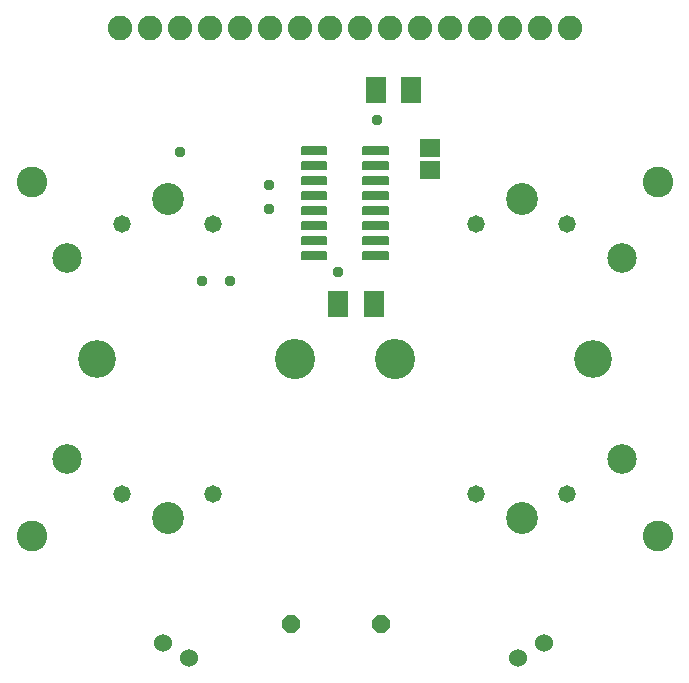
<source format=gbr>
G04 EAGLE Gerber X2 export*
%TF.Part,Single*%
%TF.FileFunction,Soldermask,Top,1*%
%TF.FilePolarity,Negative*%
%TF.GenerationSoftware,Autodesk,EAGLE,9.0.0*%
%TF.CreationDate,2018-09-03T19:42:11Z*%
G75*
%MOMM*%
%FSLAX34Y34*%
%LPD*%
%AMOC8*
5,1,8,0,0,1.08239X$1,22.5*%
G01*
%ADD10C,2.703200*%
%ADD11C,1.473200*%
%ADD12C,3.203200*%
%ADD13C,3.403200*%
%ADD14C,2.503200*%
%ADD15C,2.603200*%
%ADD16C,2.082800*%
%ADD17C,0.160638*%
%ADD18R,1.803200X1.503200*%
%ADD19R,1.703200X2.203200*%
%ADD20C,1.524000*%
%ADD21P,1.649562X8X22.500000*%
%ADD22C,0.959600*%


D10*
X150000Y435000D03*
X150000Y165000D03*
D11*
X188500Y414250D03*
X188500Y185750D03*
X111500Y185750D03*
X111500Y414250D03*
D12*
X90000Y300000D03*
D13*
X257500Y300000D03*
D14*
X65000Y385000D03*
X65000Y215000D03*
D10*
X450000Y165000D03*
X450000Y435000D03*
D11*
X411500Y185750D03*
X411500Y414250D03*
X488500Y414250D03*
X488500Y185750D03*
D12*
X510000Y300000D03*
D13*
X342500Y300000D03*
D14*
X535000Y215000D03*
X535000Y385000D03*
D15*
X35000Y450000D03*
X35000Y150000D03*
X565000Y450000D03*
X565000Y150000D03*
D16*
X490500Y580000D03*
X465100Y580000D03*
X439700Y580000D03*
X414300Y580000D03*
X388900Y580000D03*
X363500Y580000D03*
X338100Y580000D03*
X312700Y580000D03*
X287300Y580000D03*
X261900Y580000D03*
X236500Y580000D03*
X211100Y580000D03*
X185700Y580000D03*
X160300Y580000D03*
X134900Y580000D03*
X109500Y580000D03*
D17*
X263787Y466763D02*
X263787Y460337D01*
X263787Y466763D02*
X284213Y466763D01*
X284213Y460337D01*
X263787Y460337D01*
X263787Y461942D02*
X284213Y461942D01*
X284213Y463547D02*
X263787Y463547D01*
X263787Y465152D02*
X284213Y465152D01*
X284213Y466757D02*
X263787Y466757D01*
X315787Y441363D02*
X315787Y434937D01*
X315787Y441363D02*
X336213Y441363D01*
X336213Y434937D01*
X315787Y434937D01*
X315787Y436542D02*
X336213Y436542D01*
X336213Y438147D02*
X315787Y438147D01*
X315787Y439752D02*
X336213Y439752D01*
X336213Y441357D02*
X315787Y441357D01*
X263787Y473037D02*
X263787Y479463D01*
X284213Y479463D01*
X284213Y473037D01*
X263787Y473037D01*
X263787Y474642D02*
X284213Y474642D01*
X284213Y476247D02*
X263787Y476247D01*
X263787Y477852D02*
X284213Y477852D01*
X284213Y479457D02*
X263787Y479457D01*
X263787Y454063D02*
X263787Y447637D01*
X263787Y454063D02*
X284213Y454063D01*
X284213Y447637D01*
X263787Y447637D01*
X263787Y449242D02*
X284213Y449242D01*
X284213Y450847D02*
X263787Y450847D01*
X263787Y452452D02*
X284213Y452452D01*
X284213Y454057D02*
X263787Y454057D01*
X263787Y441363D02*
X263787Y434937D01*
X263787Y441363D02*
X284213Y441363D01*
X284213Y434937D01*
X263787Y434937D01*
X263787Y436542D02*
X284213Y436542D01*
X284213Y438147D02*
X263787Y438147D01*
X263787Y439752D02*
X284213Y439752D01*
X284213Y441357D02*
X263787Y441357D01*
X315787Y447637D02*
X315787Y454063D01*
X336213Y454063D01*
X336213Y447637D01*
X315787Y447637D01*
X315787Y449242D02*
X336213Y449242D01*
X336213Y450847D02*
X315787Y450847D01*
X315787Y452452D02*
X336213Y452452D01*
X336213Y454057D02*
X315787Y454057D01*
X315787Y428663D02*
X315787Y422237D01*
X315787Y428663D02*
X336213Y428663D01*
X336213Y422237D01*
X315787Y422237D01*
X315787Y423842D02*
X336213Y423842D01*
X336213Y425447D02*
X315787Y425447D01*
X315787Y427052D02*
X336213Y427052D01*
X336213Y428657D02*
X315787Y428657D01*
X315787Y415963D02*
X315787Y409537D01*
X315787Y415963D02*
X336213Y415963D01*
X336213Y409537D01*
X315787Y409537D01*
X315787Y411142D02*
X336213Y411142D01*
X336213Y412747D02*
X315787Y412747D01*
X315787Y414352D02*
X336213Y414352D01*
X336213Y415957D02*
X315787Y415957D01*
X263787Y415963D02*
X263787Y409537D01*
X263787Y415963D02*
X284213Y415963D01*
X284213Y409537D01*
X263787Y409537D01*
X263787Y411142D02*
X284213Y411142D01*
X284213Y412747D02*
X263787Y412747D01*
X263787Y414352D02*
X284213Y414352D01*
X284213Y415957D02*
X263787Y415957D01*
X315787Y390563D02*
X315787Y384137D01*
X315787Y390563D02*
X336213Y390563D01*
X336213Y384137D01*
X315787Y384137D01*
X315787Y385742D02*
X336213Y385742D01*
X336213Y387347D02*
X315787Y387347D01*
X315787Y388952D02*
X336213Y388952D01*
X336213Y390557D02*
X315787Y390557D01*
X263787Y422237D02*
X263787Y428663D01*
X284213Y428663D01*
X284213Y422237D01*
X263787Y422237D01*
X263787Y423842D02*
X284213Y423842D01*
X284213Y425447D02*
X263787Y425447D01*
X263787Y427052D02*
X284213Y427052D01*
X284213Y428657D02*
X263787Y428657D01*
X263787Y403263D02*
X263787Y396837D01*
X263787Y403263D02*
X284213Y403263D01*
X284213Y396837D01*
X263787Y396837D01*
X263787Y398442D02*
X284213Y398442D01*
X284213Y400047D02*
X263787Y400047D01*
X263787Y401652D02*
X284213Y401652D01*
X284213Y403257D02*
X263787Y403257D01*
X315787Y403263D02*
X315787Y396837D01*
X315787Y403263D02*
X336213Y403263D01*
X336213Y396837D01*
X315787Y396837D01*
X315787Y398442D02*
X336213Y398442D01*
X336213Y400047D02*
X315787Y400047D01*
X315787Y401652D02*
X336213Y401652D01*
X336213Y403257D02*
X315787Y403257D01*
X263787Y390563D02*
X263787Y384137D01*
X263787Y390563D02*
X284213Y390563D01*
X284213Y384137D01*
X263787Y384137D01*
X263787Y385742D02*
X284213Y385742D01*
X284213Y387347D02*
X263787Y387347D01*
X263787Y388952D02*
X284213Y388952D01*
X284213Y390557D02*
X263787Y390557D01*
X315787Y460337D02*
X315787Y466763D01*
X336213Y466763D01*
X336213Y460337D01*
X315787Y460337D01*
X315787Y461942D02*
X336213Y461942D01*
X336213Y463547D02*
X315787Y463547D01*
X315787Y465152D02*
X336213Y465152D01*
X336213Y466757D02*
X315787Y466757D01*
X315787Y473037D02*
X315787Y479463D01*
X336213Y479463D01*
X336213Y473037D01*
X315787Y473037D01*
X315787Y474642D02*
X336213Y474642D01*
X336213Y476247D02*
X315787Y476247D01*
X315787Y477852D02*
X336213Y477852D01*
X336213Y479457D02*
X315787Y479457D01*
D18*
X372364Y459892D03*
X372364Y478892D03*
D19*
X326376Y527304D03*
X356376Y527304D03*
X294372Y346456D03*
X324372Y346456D03*
D20*
X168499Y46930D03*
X146501Y59630D03*
X446501Y46930D03*
X468499Y59630D03*
D21*
X254508Y75184D03*
X330708Y75184D03*
D22*
X203200Y365760D03*
X178816Y365760D03*
X235712Y426720D03*
X235712Y447040D03*
X327152Y501904D03*
X294640Y373888D03*
X160528Y475488D03*
M02*

</source>
